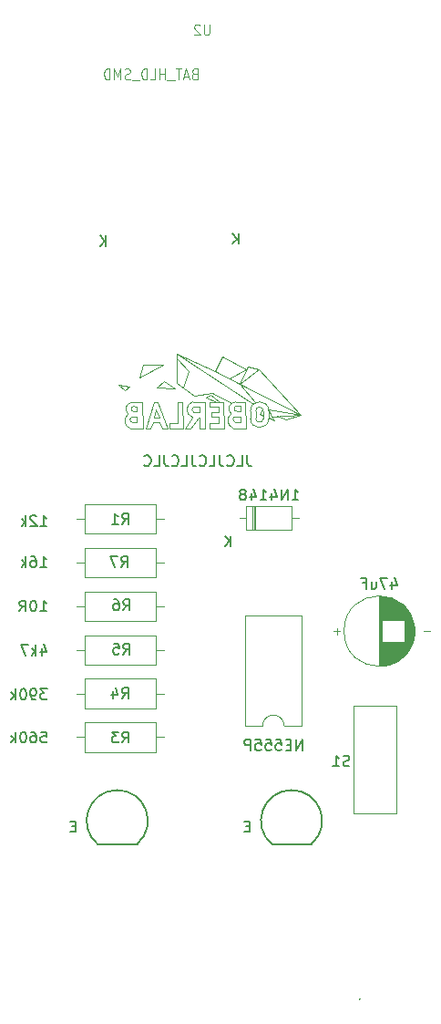
<source format=gbr>
%TF.GenerationSoftware,KiCad,Pcbnew,9.0.6*%
%TF.CreationDate,2025-12-05T08:24:13+01:00*%
%TF.ProjectId,GrumpyDuck,4772756d-7079-4447-9563-6b2e6b696361,rev?*%
%TF.SameCoordinates,Original*%
%TF.FileFunction,Legend,Bot*%
%TF.FilePolarity,Positive*%
%FSLAX46Y46*%
G04 Gerber Fmt 4.6, Leading zero omitted, Abs format (unit mm)*
G04 Created by KiCad (PCBNEW 9.0.6) date 2025-12-05 08:24:13*
%MOMM*%
%LPD*%
G01*
G04 APERTURE LIST*
%ADD10C,0.150000*%
%ADD11C,0.050000*%
%ADD12C,0.120000*%
%ADD13C,0.010000*%
G04 APERTURE END LIST*
D10*
X113800000Y-124500000D02*
G75*
G02*
X117457937Y-124451295I1800000J2200000D01*
G01*
X130000000Y-124500000D02*
G75*
G02*
X133657937Y-124451295I1800000J2200000D01*
G01*
X130000000Y-124500000D02*
X133700000Y-124500000D01*
X113800000Y-124500000D02*
X117500000Y-124500000D01*
X127677506Y-88369819D02*
X127677506Y-89084104D01*
X127677506Y-89084104D02*
X127725125Y-89226961D01*
X127725125Y-89226961D02*
X127820363Y-89322200D01*
X127820363Y-89322200D02*
X127963220Y-89369819D01*
X127963220Y-89369819D02*
X128058458Y-89369819D01*
X126725125Y-89369819D02*
X127201315Y-89369819D01*
X127201315Y-89369819D02*
X127201315Y-88369819D01*
X125820363Y-89274580D02*
X125867982Y-89322200D01*
X125867982Y-89322200D02*
X126010839Y-89369819D01*
X126010839Y-89369819D02*
X126106077Y-89369819D01*
X126106077Y-89369819D02*
X126248934Y-89322200D01*
X126248934Y-89322200D02*
X126344172Y-89226961D01*
X126344172Y-89226961D02*
X126391791Y-89131723D01*
X126391791Y-89131723D02*
X126439410Y-88941247D01*
X126439410Y-88941247D02*
X126439410Y-88798390D01*
X126439410Y-88798390D02*
X126391791Y-88607914D01*
X126391791Y-88607914D02*
X126344172Y-88512676D01*
X126344172Y-88512676D02*
X126248934Y-88417438D01*
X126248934Y-88417438D02*
X126106077Y-88369819D01*
X126106077Y-88369819D02*
X126010839Y-88369819D01*
X126010839Y-88369819D02*
X125867982Y-88417438D01*
X125867982Y-88417438D02*
X125820363Y-88465057D01*
X125106077Y-88369819D02*
X125106077Y-89084104D01*
X125106077Y-89084104D02*
X125153696Y-89226961D01*
X125153696Y-89226961D02*
X125248934Y-89322200D01*
X125248934Y-89322200D02*
X125391791Y-89369819D01*
X125391791Y-89369819D02*
X125487029Y-89369819D01*
X124153696Y-89369819D02*
X124629886Y-89369819D01*
X124629886Y-89369819D02*
X124629886Y-88369819D01*
X123248934Y-89274580D02*
X123296553Y-89322200D01*
X123296553Y-89322200D02*
X123439410Y-89369819D01*
X123439410Y-89369819D02*
X123534648Y-89369819D01*
X123534648Y-89369819D02*
X123677505Y-89322200D01*
X123677505Y-89322200D02*
X123772743Y-89226961D01*
X123772743Y-89226961D02*
X123820362Y-89131723D01*
X123820362Y-89131723D02*
X123867981Y-88941247D01*
X123867981Y-88941247D02*
X123867981Y-88798390D01*
X123867981Y-88798390D02*
X123820362Y-88607914D01*
X123820362Y-88607914D02*
X123772743Y-88512676D01*
X123772743Y-88512676D02*
X123677505Y-88417438D01*
X123677505Y-88417438D02*
X123534648Y-88369819D01*
X123534648Y-88369819D02*
X123439410Y-88369819D01*
X123439410Y-88369819D02*
X123296553Y-88417438D01*
X123296553Y-88417438D02*
X123248934Y-88465057D01*
X122534648Y-88369819D02*
X122534648Y-89084104D01*
X122534648Y-89084104D02*
X122582267Y-89226961D01*
X122582267Y-89226961D02*
X122677505Y-89322200D01*
X122677505Y-89322200D02*
X122820362Y-89369819D01*
X122820362Y-89369819D02*
X122915600Y-89369819D01*
X121582267Y-89369819D02*
X122058457Y-89369819D01*
X122058457Y-89369819D02*
X122058457Y-88369819D01*
X120677505Y-89274580D02*
X120725124Y-89322200D01*
X120725124Y-89322200D02*
X120867981Y-89369819D01*
X120867981Y-89369819D02*
X120963219Y-89369819D01*
X120963219Y-89369819D02*
X121106076Y-89322200D01*
X121106076Y-89322200D02*
X121201314Y-89226961D01*
X121201314Y-89226961D02*
X121248933Y-89131723D01*
X121248933Y-89131723D02*
X121296552Y-88941247D01*
X121296552Y-88941247D02*
X121296552Y-88798390D01*
X121296552Y-88798390D02*
X121248933Y-88607914D01*
X121248933Y-88607914D02*
X121201314Y-88512676D01*
X121201314Y-88512676D02*
X121106076Y-88417438D01*
X121106076Y-88417438D02*
X120963219Y-88369819D01*
X120963219Y-88369819D02*
X120867981Y-88369819D01*
X120867981Y-88369819D02*
X120725124Y-88417438D01*
X120725124Y-88417438D02*
X120677505Y-88465057D01*
X119963219Y-88369819D02*
X119963219Y-89084104D01*
X119963219Y-89084104D02*
X120010838Y-89226961D01*
X120010838Y-89226961D02*
X120106076Y-89322200D01*
X120106076Y-89322200D02*
X120248933Y-89369819D01*
X120248933Y-89369819D02*
X120344171Y-89369819D01*
X119010838Y-89369819D02*
X119487028Y-89369819D01*
X119487028Y-89369819D02*
X119487028Y-88369819D01*
X118106076Y-89274580D02*
X118153695Y-89322200D01*
X118153695Y-89322200D02*
X118296552Y-89369819D01*
X118296552Y-89369819D02*
X118391790Y-89369819D01*
X118391790Y-89369819D02*
X118534647Y-89322200D01*
X118534647Y-89322200D02*
X118629885Y-89226961D01*
X118629885Y-89226961D02*
X118677504Y-89131723D01*
X118677504Y-89131723D02*
X118725123Y-88941247D01*
X118725123Y-88941247D02*
X118725123Y-88798390D01*
X118725123Y-88798390D02*
X118677504Y-88607914D01*
X118677504Y-88607914D02*
X118629885Y-88512676D01*
X118629885Y-88512676D02*
X118534647Y-88417438D01*
X118534647Y-88417438D02*
X118391790Y-88369819D01*
X118391790Y-88369819D02*
X118296552Y-88369819D01*
X118296552Y-88369819D02*
X118153695Y-88417438D01*
X118153695Y-88417438D02*
X118106076Y-88465057D01*
X126861904Y-67745180D02*
X126861904Y-68745180D01*
X126290476Y-67745180D02*
X126719047Y-68316609D01*
X126290476Y-68745180D02*
X126861904Y-68173752D01*
X114561904Y-67945180D02*
X114561904Y-68945180D01*
X113990476Y-67945180D02*
X114419047Y-68516609D01*
X113990476Y-68945180D02*
X114561904Y-68373752D01*
X127914285Y-122831009D02*
X127580952Y-122831009D01*
X127438095Y-123354819D02*
X127914285Y-123354819D01*
X127914285Y-123354819D02*
X127914285Y-122354819D01*
X127914285Y-122354819D02*
X127438095Y-122354819D01*
X111714285Y-122831009D02*
X111380952Y-122831009D01*
X111238095Y-123354819D02*
X111714285Y-123354819D01*
X111714285Y-123354819D02*
X111714285Y-122354819D01*
X111714285Y-122354819D02*
X111238095Y-122354819D01*
D11*
X124175714Y-48352019D02*
X124175714Y-49161542D01*
X124175714Y-49161542D02*
X124132857Y-49256780D01*
X124132857Y-49256780D02*
X124090000Y-49304400D01*
X124090000Y-49304400D02*
X124004285Y-49352019D01*
X124004285Y-49352019D02*
X123832857Y-49352019D01*
X123832857Y-49352019D02*
X123747142Y-49304400D01*
X123747142Y-49304400D02*
X123704285Y-49256780D01*
X123704285Y-49256780D02*
X123661428Y-49161542D01*
X123661428Y-49161542D02*
X123661428Y-48352019D01*
X123275714Y-48447257D02*
X123232857Y-48399638D01*
X123232857Y-48399638D02*
X123147143Y-48352019D01*
X123147143Y-48352019D02*
X122932857Y-48352019D01*
X122932857Y-48352019D02*
X122847143Y-48399638D01*
X122847143Y-48399638D02*
X122804285Y-48447257D01*
X122804285Y-48447257D02*
X122761428Y-48542495D01*
X122761428Y-48542495D02*
X122761428Y-48637733D01*
X122761428Y-48637733D02*
X122804285Y-48780590D01*
X122804285Y-48780590D02*
X123318571Y-49352019D01*
X123318571Y-49352019D02*
X122761428Y-49352019D01*
X122768570Y-52948209D02*
X122639998Y-52995828D01*
X122639998Y-52995828D02*
X122597141Y-53043447D01*
X122597141Y-53043447D02*
X122554284Y-53138685D01*
X122554284Y-53138685D02*
X122554284Y-53281542D01*
X122554284Y-53281542D02*
X122597141Y-53376780D01*
X122597141Y-53376780D02*
X122639998Y-53424400D01*
X122639998Y-53424400D02*
X122725713Y-53472019D01*
X122725713Y-53472019D02*
X123068570Y-53472019D01*
X123068570Y-53472019D02*
X123068570Y-52472019D01*
X123068570Y-52472019D02*
X122768570Y-52472019D01*
X122768570Y-52472019D02*
X122682856Y-52519638D01*
X122682856Y-52519638D02*
X122639998Y-52567257D01*
X122639998Y-52567257D02*
X122597141Y-52662495D01*
X122597141Y-52662495D02*
X122597141Y-52757733D01*
X122597141Y-52757733D02*
X122639998Y-52852971D01*
X122639998Y-52852971D02*
X122682856Y-52900590D01*
X122682856Y-52900590D02*
X122768570Y-52948209D01*
X122768570Y-52948209D02*
X123068570Y-52948209D01*
X122211427Y-53186304D02*
X121782856Y-53186304D01*
X122297141Y-53472019D02*
X121997141Y-52472019D01*
X121997141Y-52472019D02*
X121697141Y-53472019D01*
X121525712Y-52472019D02*
X121011427Y-52472019D01*
X121268569Y-53472019D02*
X121268569Y-52472019D01*
X120925713Y-53567257D02*
X120239998Y-53567257D01*
X120025713Y-53472019D02*
X120025713Y-52472019D01*
X120025713Y-52948209D02*
X119511427Y-52948209D01*
X119511427Y-53472019D02*
X119511427Y-52472019D01*
X118654284Y-53472019D02*
X119082856Y-53472019D01*
X119082856Y-53472019D02*
X119082856Y-52472019D01*
X118354285Y-53472019D02*
X118354285Y-52472019D01*
X118354285Y-52472019D02*
X118139999Y-52472019D01*
X118139999Y-52472019D02*
X118011428Y-52519638D01*
X118011428Y-52519638D02*
X117925713Y-52614876D01*
X117925713Y-52614876D02*
X117882856Y-52710114D01*
X117882856Y-52710114D02*
X117839999Y-52900590D01*
X117839999Y-52900590D02*
X117839999Y-53043447D01*
X117839999Y-53043447D02*
X117882856Y-53233923D01*
X117882856Y-53233923D02*
X117925713Y-53329161D01*
X117925713Y-53329161D02*
X118011428Y-53424400D01*
X118011428Y-53424400D02*
X118139999Y-53472019D01*
X118139999Y-53472019D02*
X118354285Y-53472019D01*
X117668571Y-53567257D02*
X116982856Y-53567257D01*
X116811428Y-53424400D02*
X116682857Y-53472019D01*
X116682857Y-53472019D02*
X116468571Y-53472019D01*
X116468571Y-53472019D02*
X116382857Y-53424400D01*
X116382857Y-53424400D02*
X116339999Y-53376780D01*
X116339999Y-53376780D02*
X116297142Y-53281542D01*
X116297142Y-53281542D02*
X116297142Y-53186304D01*
X116297142Y-53186304D02*
X116339999Y-53091066D01*
X116339999Y-53091066D02*
X116382857Y-53043447D01*
X116382857Y-53043447D02*
X116468571Y-52995828D01*
X116468571Y-52995828D02*
X116639999Y-52948209D01*
X116639999Y-52948209D02*
X116725714Y-52900590D01*
X116725714Y-52900590D02*
X116768571Y-52852971D01*
X116768571Y-52852971D02*
X116811428Y-52757733D01*
X116811428Y-52757733D02*
X116811428Y-52662495D01*
X116811428Y-52662495D02*
X116768571Y-52567257D01*
X116768571Y-52567257D02*
X116725714Y-52519638D01*
X116725714Y-52519638D02*
X116639999Y-52472019D01*
X116639999Y-52472019D02*
X116425714Y-52472019D01*
X116425714Y-52472019D02*
X116297142Y-52519638D01*
X115911428Y-53472019D02*
X115911428Y-52472019D01*
X115911428Y-52472019D02*
X115611428Y-53186304D01*
X115611428Y-53186304D02*
X115311428Y-52472019D01*
X115311428Y-52472019D02*
X115311428Y-53472019D01*
X114882857Y-53472019D02*
X114882857Y-52472019D01*
X114882857Y-52472019D02*
X114668571Y-52472019D01*
X114668571Y-52472019D02*
X114540000Y-52519638D01*
X114540000Y-52519638D02*
X114454285Y-52614876D01*
X114454285Y-52614876D02*
X114411428Y-52710114D01*
X114411428Y-52710114D02*
X114368571Y-52900590D01*
X114368571Y-52900590D02*
X114368571Y-53043447D01*
X114368571Y-53043447D02*
X114411428Y-53233923D01*
X114411428Y-53233923D02*
X114454285Y-53329161D01*
X114454285Y-53329161D02*
X114540000Y-53424400D01*
X114540000Y-53424400D02*
X114668571Y-53472019D01*
X114668571Y-53472019D02*
X114882857Y-53472019D01*
D10*
X132776666Y-115754819D02*
X132776666Y-114754819D01*
X132776666Y-114754819D02*
X132205238Y-115754819D01*
X132205238Y-115754819D02*
X132205238Y-114754819D01*
X131729047Y-115231009D02*
X131395714Y-115231009D01*
X131252857Y-115754819D02*
X131729047Y-115754819D01*
X131729047Y-115754819D02*
X131729047Y-114754819D01*
X131729047Y-114754819D02*
X131252857Y-114754819D01*
X130348095Y-114754819D02*
X130824285Y-114754819D01*
X130824285Y-114754819D02*
X130871904Y-115231009D01*
X130871904Y-115231009D02*
X130824285Y-115183390D01*
X130824285Y-115183390D02*
X130729047Y-115135771D01*
X130729047Y-115135771D02*
X130490952Y-115135771D01*
X130490952Y-115135771D02*
X130395714Y-115183390D01*
X130395714Y-115183390D02*
X130348095Y-115231009D01*
X130348095Y-115231009D02*
X130300476Y-115326247D01*
X130300476Y-115326247D02*
X130300476Y-115564342D01*
X130300476Y-115564342D02*
X130348095Y-115659580D01*
X130348095Y-115659580D02*
X130395714Y-115707200D01*
X130395714Y-115707200D02*
X130490952Y-115754819D01*
X130490952Y-115754819D02*
X130729047Y-115754819D01*
X130729047Y-115754819D02*
X130824285Y-115707200D01*
X130824285Y-115707200D02*
X130871904Y-115659580D01*
X129395714Y-114754819D02*
X129871904Y-114754819D01*
X129871904Y-114754819D02*
X129919523Y-115231009D01*
X129919523Y-115231009D02*
X129871904Y-115183390D01*
X129871904Y-115183390D02*
X129776666Y-115135771D01*
X129776666Y-115135771D02*
X129538571Y-115135771D01*
X129538571Y-115135771D02*
X129443333Y-115183390D01*
X129443333Y-115183390D02*
X129395714Y-115231009D01*
X129395714Y-115231009D02*
X129348095Y-115326247D01*
X129348095Y-115326247D02*
X129348095Y-115564342D01*
X129348095Y-115564342D02*
X129395714Y-115659580D01*
X129395714Y-115659580D02*
X129443333Y-115707200D01*
X129443333Y-115707200D02*
X129538571Y-115754819D01*
X129538571Y-115754819D02*
X129776666Y-115754819D01*
X129776666Y-115754819D02*
X129871904Y-115707200D01*
X129871904Y-115707200D02*
X129919523Y-115659580D01*
X128443333Y-114754819D02*
X128919523Y-114754819D01*
X128919523Y-114754819D02*
X128967142Y-115231009D01*
X128967142Y-115231009D02*
X128919523Y-115183390D01*
X128919523Y-115183390D02*
X128824285Y-115135771D01*
X128824285Y-115135771D02*
X128586190Y-115135771D01*
X128586190Y-115135771D02*
X128490952Y-115183390D01*
X128490952Y-115183390D02*
X128443333Y-115231009D01*
X128443333Y-115231009D02*
X128395714Y-115326247D01*
X128395714Y-115326247D02*
X128395714Y-115564342D01*
X128395714Y-115564342D02*
X128443333Y-115659580D01*
X128443333Y-115659580D02*
X128490952Y-115707200D01*
X128490952Y-115707200D02*
X128586190Y-115754819D01*
X128586190Y-115754819D02*
X128824285Y-115754819D01*
X128824285Y-115754819D02*
X128919523Y-115707200D01*
X128919523Y-115707200D02*
X128967142Y-115659580D01*
X127967142Y-115754819D02*
X127967142Y-114754819D01*
X127967142Y-114754819D02*
X127586190Y-114754819D01*
X127586190Y-114754819D02*
X127490952Y-114802438D01*
X127490952Y-114802438D02*
X127443333Y-114850057D01*
X127443333Y-114850057D02*
X127395714Y-114945295D01*
X127395714Y-114945295D02*
X127395714Y-115088152D01*
X127395714Y-115088152D02*
X127443333Y-115183390D01*
X127443333Y-115183390D02*
X127490952Y-115231009D01*
X127490952Y-115231009D02*
X127586190Y-115278628D01*
X127586190Y-115278628D02*
X127967142Y-115278628D01*
X137161904Y-117207200D02*
X137019047Y-117254819D01*
X137019047Y-117254819D02*
X136780952Y-117254819D01*
X136780952Y-117254819D02*
X136685714Y-117207200D01*
X136685714Y-117207200D02*
X136638095Y-117159580D01*
X136638095Y-117159580D02*
X136590476Y-117064342D01*
X136590476Y-117064342D02*
X136590476Y-116969104D01*
X136590476Y-116969104D02*
X136638095Y-116873866D01*
X136638095Y-116873866D02*
X136685714Y-116826247D01*
X136685714Y-116826247D02*
X136780952Y-116778628D01*
X136780952Y-116778628D02*
X136971428Y-116731009D01*
X136971428Y-116731009D02*
X137066666Y-116683390D01*
X137066666Y-116683390D02*
X137114285Y-116635771D01*
X137114285Y-116635771D02*
X137161904Y-116540533D01*
X137161904Y-116540533D02*
X137161904Y-116445295D01*
X137161904Y-116445295D02*
X137114285Y-116350057D01*
X137114285Y-116350057D02*
X137066666Y-116302438D01*
X137066666Y-116302438D02*
X136971428Y-116254819D01*
X136971428Y-116254819D02*
X136733333Y-116254819D01*
X136733333Y-116254819D02*
X136590476Y-116302438D01*
X135638095Y-117254819D02*
X136209523Y-117254819D01*
X135923809Y-117254819D02*
X135923809Y-116254819D01*
X135923809Y-116254819D02*
X136019047Y-116397676D01*
X136019047Y-116397676D02*
X136114285Y-116492914D01*
X136114285Y-116492914D02*
X136209523Y-116540533D01*
X115966666Y-98754819D02*
X116299999Y-98278628D01*
X116538094Y-98754819D02*
X116538094Y-97754819D01*
X116538094Y-97754819D02*
X116157142Y-97754819D01*
X116157142Y-97754819D02*
X116061904Y-97802438D01*
X116061904Y-97802438D02*
X116014285Y-97850057D01*
X116014285Y-97850057D02*
X115966666Y-97945295D01*
X115966666Y-97945295D02*
X115966666Y-98088152D01*
X115966666Y-98088152D02*
X116014285Y-98183390D01*
X116014285Y-98183390D02*
X116061904Y-98231009D01*
X116061904Y-98231009D02*
X116157142Y-98278628D01*
X116157142Y-98278628D02*
X116538094Y-98278628D01*
X115633332Y-97754819D02*
X114966666Y-97754819D01*
X114966666Y-97754819D02*
X115395237Y-98754819D01*
X108475238Y-98754819D02*
X109046666Y-98754819D01*
X108760952Y-98754819D02*
X108760952Y-97754819D01*
X108760952Y-97754819D02*
X108856190Y-97897676D01*
X108856190Y-97897676D02*
X108951428Y-97992914D01*
X108951428Y-97992914D02*
X109046666Y-98040533D01*
X107618095Y-97754819D02*
X107808571Y-97754819D01*
X107808571Y-97754819D02*
X107903809Y-97802438D01*
X107903809Y-97802438D02*
X107951428Y-97850057D01*
X107951428Y-97850057D02*
X108046666Y-97992914D01*
X108046666Y-97992914D02*
X108094285Y-98183390D01*
X108094285Y-98183390D02*
X108094285Y-98564342D01*
X108094285Y-98564342D02*
X108046666Y-98659580D01*
X108046666Y-98659580D02*
X107999047Y-98707200D01*
X107999047Y-98707200D02*
X107903809Y-98754819D01*
X107903809Y-98754819D02*
X107713333Y-98754819D01*
X107713333Y-98754819D02*
X107618095Y-98707200D01*
X107618095Y-98707200D02*
X107570476Y-98659580D01*
X107570476Y-98659580D02*
X107522857Y-98564342D01*
X107522857Y-98564342D02*
X107522857Y-98326247D01*
X107522857Y-98326247D02*
X107570476Y-98231009D01*
X107570476Y-98231009D02*
X107618095Y-98183390D01*
X107618095Y-98183390D02*
X107713333Y-98135771D01*
X107713333Y-98135771D02*
X107903809Y-98135771D01*
X107903809Y-98135771D02*
X107999047Y-98183390D01*
X107999047Y-98183390D02*
X108046666Y-98231009D01*
X108046666Y-98231009D02*
X108094285Y-98326247D01*
X107094285Y-98754819D02*
X107094285Y-97754819D01*
X106999047Y-98373866D02*
X106713333Y-98754819D01*
X106713333Y-98088152D02*
X107094285Y-98469104D01*
X116166666Y-102754819D02*
X116499999Y-102278628D01*
X116738094Y-102754819D02*
X116738094Y-101754819D01*
X116738094Y-101754819D02*
X116357142Y-101754819D01*
X116357142Y-101754819D02*
X116261904Y-101802438D01*
X116261904Y-101802438D02*
X116214285Y-101850057D01*
X116214285Y-101850057D02*
X116166666Y-101945295D01*
X116166666Y-101945295D02*
X116166666Y-102088152D01*
X116166666Y-102088152D02*
X116214285Y-102183390D01*
X116214285Y-102183390D02*
X116261904Y-102231009D01*
X116261904Y-102231009D02*
X116357142Y-102278628D01*
X116357142Y-102278628D02*
X116738094Y-102278628D01*
X115309523Y-101754819D02*
X115499999Y-101754819D01*
X115499999Y-101754819D02*
X115595237Y-101802438D01*
X115595237Y-101802438D02*
X115642856Y-101850057D01*
X115642856Y-101850057D02*
X115738094Y-101992914D01*
X115738094Y-101992914D02*
X115785713Y-102183390D01*
X115785713Y-102183390D02*
X115785713Y-102564342D01*
X115785713Y-102564342D02*
X115738094Y-102659580D01*
X115738094Y-102659580D02*
X115690475Y-102707200D01*
X115690475Y-102707200D02*
X115595237Y-102754819D01*
X115595237Y-102754819D02*
X115404761Y-102754819D01*
X115404761Y-102754819D02*
X115309523Y-102707200D01*
X115309523Y-102707200D02*
X115261904Y-102659580D01*
X115261904Y-102659580D02*
X115214285Y-102564342D01*
X115214285Y-102564342D02*
X115214285Y-102326247D01*
X115214285Y-102326247D02*
X115261904Y-102231009D01*
X115261904Y-102231009D02*
X115309523Y-102183390D01*
X115309523Y-102183390D02*
X115404761Y-102135771D01*
X115404761Y-102135771D02*
X115595237Y-102135771D01*
X115595237Y-102135771D02*
X115690475Y-102183390D01*
X115690475Y-102183390D02*
X115738094Y-102231009D01*
X115738094Y-102231009D02*
X115785713Y-102326247D01*
X108475238Y-102854819D02*
X109046666Y-102854819D01*
X108760952Y-102854819D02*
X108760952Y-101854819D01*
X108760952Y-101854819D02*
X108856190Y-101997676D01*
X108856190Y-101997676D02*
X108951428Y-102092914D01*
X108951428Y-102092914D02*
X109046666Y-102140533D01*
X107856190Y-101854819D02*
X107760952Y-101854819D01*
X107760952Y-101854819D02*
X107665714Y-101902438D01*
X107665714Y-101902438D02*
X107618095Y-101950057D01*
X107618095Y-101950057D02*
X107570476Y-102045295D01*
X107570476Y-102045295D02*
X107522857Y-102235771D01*
X107522857Y-102235771D02*
X107522857Y-102473866D01*
X107522857Y-102473866D02*
X107570476Y-102664342D01*
X107570476Y-102664342D02*
X107618095Y-102759580D01*
X107618095Y-102759580D02*
X107665714Y-102807200D01*
X107665714Y-102807200D02*
X107760952Y-102854819D01*
X107760952Y-102854819D02*
X107856190Y-102854819D01*
X107856190Y-102854819D02*
X107951428Y-102807200D01*
X107951428Y-102807200D02*
X107999047Y-102759580D01*
X107999047Y-102759580D02*
X108046666Y-102664342D01*
X108046666Y-102664342D02*
X108094285Y-102473866D01*
X108094285Y-102473866D02*
X108094285Y-102235771D01*
X108094285Y-102235771D02*
X108046666Y-102045295D01*
X108046666Y-102045295D02*
X107999047Y-101950057D01*
X107999047Y-101950057D02*
X107951428Y-101902438D01*
X107951428Y-101902438D02*
X107856190Y-101854819D01*
X106522857Y-102854819D02*
X106856190Y-102378628D01*
X107094285Y-102854819D02*
X107094285Y-101854819D01*
X107094285Y-101854819D02*
X106713333Y-101854819D01*
X106713333Y-101854819D02*
X106618095Y-101902438D01*
X106618095Y-101902438D02*
X106570476Y-101950057D01*
X106570476Y-101950057D02*
X106522857Y-102045295D01*
X106522857Y-102045295D02*
X106522857Y-102188152D01*
X106522857Y-102188152D02*
X106570476Y-102283390D01*
X106570476Y-102283390D02*
X106618095Y-102331009D01*
X106618095Y-102331009D02*
X106713333Y-102378628D01*
X106713333Y-102378628D02*
X107094285Y-102378628D01*
X116166666Y-106854819D02*
X116499999Y-106378628D01*
X116738094Y-106854819D02*
X116738094Y-105854819D01*
X116738094Y-105854819D02*
X116357142Y-105854819D01*
X116357142Y-105854819D02*
X116261904Y-105902438D01*
X116261904Y-105902438D02*
X116214285Y-105950057D01*
X116214285Y-105950057D02*
X116166666Y-106045295D01*
X116166666Y-106045295D02*
X116166666Y-106188152D01*
X116166666Y-106188152D02*
X116214285Y-106283390D01*
X116214285Y-106283390D02*
X116261904Y-106331009D01*
X116261904Y-106331009D02*
X116357142Y-106378628D01*
X116357142Y-106378628D02*
X116738094Y-106378628D01*
X115261904Y-105854819D02*
X115738094Y-105854819D01*
X115738094Y-105854819D02*
X115785713Y-106331009D01*
X115785713Y-106331009D02*
X115738094Y-106283390D01*
X115738094Y-106283390D02*
X115642856Y-106235771D01*
X115642856Y-106235771D02*
X115404761Y-106235771D01*
X115404761Y-106235771D02*
X115309523Y-106283390D01*
X115309523Y-106283390D02*
X115261904Y-106331009D01*
X115261904Y-106331009D02*
X115214285Y-106426247D01*
X115214285Y-106426247D02*
X115214285Y-106664342D01*
X115214285Y-106664342D02*
X115261904Y-106759580D01*
X115261904Y-106759580D02*
X115309523Y-106807200D01*
X115309523Y-106807200D02*
X115404761Y-106854819D01*
X115404761Y-106854819D02*
X115642856Y-106854819D01*
X115642856Y-106854819D02*
X115738094Y-106807200D01*
X115738094Y-106807200D02*
X115785713Y-106759580D01*
X108570476Y-106288152D02*
X108570476Y-106954819D01*
X108808571Y-105907200D02*
X109046666Y-106621485D01*
X109046666Y-106621485D02*
X108427619Y-106621485D01*
X108046666Y-106954819D02*
X108046666Y-105954819D01*
X107951428Y-106573866D02*
X107665714Y-106954819D01*
X107665714Y-106288152D02*
X108046666Y-106669104D01*
X107332380Y-105954819D02*
X106665714Y-105954819D01*
X106665714Y-105954819D02*
X107094285Y-106954819D01*
X116046666Y-110954819D02*
X116379999Y-110478628D01*
X116618094Y-110954819D02*
X116618094Y-109954819D01*
X116618094Y-109954819D02*
X116237142Y-109954819D01*
X116237142Y-109954819D02*
X116141904Y-110002438D01*
X116141904Y-110002438D02*
X116094285Y-110050057D01*
X116094285Y-110050057D02*
X116046666Y-110145295D01*
X116046666Y-110145295D02*
X116046666Y-110288152D01*
X116046666Y-110288152D02*
X116094285Y-110383390D01*
X116094285Y-110383390D02*
X116141904Y-110431009D01*
X116141904Y-110431009D02*
X116237142Y-110478628D01*
X116237142Y-110478628D02*
X116618094Y-110478628D01*
X115189523Y-110288152D02*
X115189523Y-110954819D01*
X115427618Y-109907200D02*
X115665713Y-110621485D01*
X115665713Y-110621485D02*
X115046666Y-110621485D01*
X109094284Y-110054819D02*
X108475237Y-110054819D01*
X108475237Y-110054819D02*
X108808570Y-110435771D01*
X108808570Y-110435771D02*
X108665713Y-110435771D01*
X108665713Y-110435771D02*
X108570475Y-110483390D01*
X108570475Y-110483390D02*
X108522856Y-110531009D01*
X108522856Y-110531009D02*
X108475237Y-110626247D01*
X108475237Y-110626247D02*
X108475237Y-110864342D01*
X108475237Y-110864342D02*
X108522856Y-110959580D01*
X108522856Y-110959580D02*
X108570475Y-111007200D01*
X108570475Y-111007200D02*
X108665713Y-111054819D01*
X108665713Y-111054819D02*
X108951427Y-111054819D01*
X108951427Y-111054819D02*
X109046665Y-111007200D01*
X109046665Y-111007200D02*
X109094284Y-110959580D01*
X107999046Y-111054819D02*
X107808570Y-111054819D01*
X107808570Y-111054819D02*
X107713332Y-111007200D01*
X107713332Y-111007200D02*
X107665713Y-110959580D01*
X107665713Y-110959580D02*
X107570475Y-110816723D01*
X107570475Y-110816723D02*
X107522856Y-110626247D01*
X107522856Y-110626247D02*
X107522856Y-110245295D01*
X107522856Y-110245295D02*
X107570475Y-110150057D01*
X107570475Y-110150057D02*
X107618094Y-110102438D01*
X107618094Y-110102438D02*
X107713332Y-110054819D01*
X107713332Y-110054819D02*
X107903808Y-110054819D01*
X107903808Y-110054819D02*
X107999046Y-110102438D01*
X107999046Y-110102438D02*
X108046665Y-110150057D01*
X108046665Y-110150057D02*
X108094284Y-110245295D01*
X108094284Y-110245295D02*
X108094284Y-110483390D01*
X108094284Y-110483390D02*
X108046665Y-110578628D01*
X108046665Y-110578628D02*
X107999046Y-110626247D01*
X107999046Y-110626247D02*
X107903808Y-110673866D01*
X107903808Y-110673866D02*
X107713332Y-110673866D01*
X107713332Y-110673866D02*
X107618094Y-110626247D01*
X107618094Y-110626247D02*
X107570475Y-110578628D01*
X107570475Y-110578628D02*
X107522856Y-110483390D01*
X106903808Y-110054819D02*
X106808570Y-110054819D01*
X106808570Y-110054819D02*
X106713332Y-110102438D01*
X106713332Y-110102438D02*
X106665713Y-110150057D01*
X106665713Y-110150057D02*
X106618094Y-110245295D01*
X106618094Y-110245295D02*
X106570475Y-110435771D01*
X106570475Y-110435771D02*
X106570475Y-110673866D01*
X106570475Y-110673866D02*
X106618094Y-110864342D01*
X106618094Y-110864342D02*
X106665713Y-110959580D01*
X106665713Y-110959580D02*
X106713332Y-111007200D01*
X106713332Y-111007200D02*
X106808570Y-111054819D01*
X106808570Y-111054819D02*
X106903808Y-111054819D01*
X106903808Y-111054819D02*
X106999046Y-111007200D01*
X106999046Y-111007200D02*
X107046665Y-110959580D01*
X107046665Y-110959580D02*
X107094284Y-110864342D01*
X107094284Y-110864342D02*
X107141903Y-110673866D01*
X107141903Y-110673866D02*
X107141903Y-110435771D01*
X107141903Y-110435771D02*
X107094284Y-110245295D01*
X107094284Y-110245295D02*
X107046665Y-110150057D01*
X107046665Y-110150057D02*
X106999046Y-110102438D01*
X106999046Y-110102438D02*
X106903808Y-110054819D01*
X106141903Y-111054819D02*
X106141903Y-110054819D01*
X106046665Y-110673866D02*
X105760951Y-111054819D01*
X105760951Y-110388152D02*
X106141903Y-110769104D01*
X116066666Y-115054819D02*
X116399999Y-114578628D01*
X116638094Y-115054819D02*
X116638094Y-114054819D01*
X116638094Y-114054819D02*
X116257142Y-114054819D01*
X116257142Y-114054819D02*
X116161904Y-114102438D01*
X116161904Y-114102438D02*
X116114285Y-114150057D01*
X116114285Y-114150057D02*
X116066666Y-114245295D01*
X116066666Y-114245295D02*
X116066666Y-114388152D01*
X116066666Y-114388152D02*
X116114285Y-114483390D01*
X116114285Y-114483390D02*
X116161904Y-114531009D01*
X116161904Y-114531009D02*
X116257142Y-114578628D01*
X116257142Y-114578628D02*
X116638094Y-114578628D01*
X115733332Y-114054819D02*
X115114285Y-114054819D01*
X115114285Y-114054819D02*
X115447618Y-114435771D01*
X115447618Y-114435771D02*
X115304761Y-114435771D01*
X115304761Y-114435771D02*
X115209523Y-114483390D01*
X115209523Y-114483390D02*
X115161904Y-114531009D01*
X115161904Y-114531009D02*
X115114285Y-114626247D01*
X115114285Y-114626247D02*
X115114285Y-114864342D01*
X115114285Y-114864342D02*
X115161904Y-114959580D01*
X115161904Y-114959580D02*
X115209523Y-115007200D01*
X115209523Y-115007200D02*
X115304761Y-115054819D01*
X115304761Y-115054819D02*
X115590475Y-115054819D01*
X115590475Y-115054819D02*
X115685713Y-115007200D01*
X115685713Y-115007200D02*
X115733332Y-114959580D01*
X108522856Y-114054819D02*
X108999046Y-114054819D01*
X108999046Y-114054819D02*
X109046665Y-114531009D01*
X109046665Y-114531009D02*
X108999046Y-114483390D01*
X108999046Y-114483390D02*
X108903808Y-114435771D01*
X108903808Y-114435771D02*
X108665713Y-114435771D01*
X108665713Y-114435771D02*
X108570475Y-114483390D01*
X108570475Y-114483390D02*
X108522856Y-114531009D01*
X108522856Y-114531009D02*
X108475237Y-114626247D01*
X108475237Y-114626247D02*
X108475237Y-114864342D01*
X108475237Y-114864342D02*
X108522856Y-114959580D01*
X108522856Y-114959580D02*
X108570475Y-115007200D01*
X108570475Y-115007200D02*
X108665713Y-115054819D01*
X108665713Y-115054819D02*
X108903808Y-115054819D01*
X108903808Y-115054819D02*
X108999046Y-115007200D01*
X108999046Y-115007200D02*
X109046665Y-114959580D01*
X107618094Y-114054819D02*
X107808570Y-114054819D01*
X107808570Y-114054819D02*
X107903808Y-114102438D01*
X107903808Y-114102438D02*
X107951427Y-114150057D01*
X107951427Y-114150057D02*
X108046665Y-114292914D01*
X108046665Y-114292914D02*
X108094284Y-114483390D01*
X108094284Y-114483390D02*
X108094284Y-114864342D01*
X108094284Y-114864342D02*
X108046665Y-114959580D01*
X108046665Y-114959580D02*
X107999046Y-115007200D01*
X107999046Y-115007200D02*
X107903808Y-115054819D01*
X107903808Y-115054819D02*
X107713332Y-115054819D01*
X107713332Y-115054819D02*
X107618094Y-115007200D01*
X107618094Y-115007200D02*
X107570475Y-114959580D01*
X107570475Y-114959580D02*
X107522856Y-114864342D01*
X107522856Y-114864342D02*
X107522856Y-114626247D01*
X107522856Y-114626247D02*
X107570475Y-114531009D01*
X107570475Y-114531009D02*
X107618094Y-114483390D01*
X107618094Y-114483390D02*
X107713332Y-114435771D01*
X107713332Y-114435771D02*
X107903808Y-114435771D01*
X107903808Y-114435771D02*
X107999046Y-114483390D01*
X107999046Y-114483390D02*
X108046665Y-114531009D01*
X108046665Y-114531009D02*
X108094284Y-114626247D01*
X106903808Y-114054819D02*
X106808570Y-114054819D01*
X106808570Y-114054819D02*
X106713332Y-114102438D01*
X106713332Y-114102438D02*
X106665713Y-114150057D01*
X106665713Y-114150057D02*
X106618094Y-114245295D01*
X106618094Y-114245295D02*
X106570475Y-114435771D01*
X106570475Y-114435771D02*
X106570475Y-114673866D01*
X106570475Y-114673866D02*
X106618094Y-114864342D01*
X106618094Y-114864342D02*
X106665713Y-114959580D01*
X106665713Y-114959580D02*
X106713332Y-115007200D01*
X106713332Y-115007200D02*
X106808570Y-115054819D01*
X106808570Y-115054819D02*
X106903808Y-115054819D01*
X106903808Y-115054819D02*
X106999046Y-115007200D01*
X106999046Y-115007200D02*
X107046665Y-114959580D01*
X107046665Y-114959580D02*
X107094284Y-114864342D01*
X107094284Y-114864342D02*
X107141903Y-114673866D01*
X107141903Y-114673866D02*
X107141903Y-114435771D01*
X107141903Y-114435771D02*
X107094284Y-114245295D01*
X107094284Y-114245295D02*
X107046665Y-114150057D01*
X107046665Y-114150057D02*
X106999046Y-114102438D01*
X106999046Y-114102438D02*
X106903808Y-114054819D01*
X106141903Y-115054819D02*
X106141903Y-114054819D01*
X106046665Y-114673866D02*
X105760951Y-115054819D01*
X105760951Y-114388152D02*
X106141903Y-114769104D01*
X116066666Y-94754819D02*
X116399999Y-94278628D01*
X116638094Y-94754819D02*
X116638094Y-93754819D01*
X116638094Y-93754819D02*
X116257142Y-93754819D01*
X116257142Y-93754819D02*
X116161904Y-93802438D01*
X116161904Y-93802438D02*
X116114285Y-93850057D01*
X116114285Y-93850057D02*
X116066666Y-93945295D01*
X116066666Y-93945295D02*
X116066666Y-94088152D01*
X116066666Y-94088152D02*
X116114285Y-94183390D01*
X116114285Y-94183390D02*
X116161904Y-94231009D01*
X116161904Y-94231009D02*
X116257142Y-94278628D01*
X116257142Y-94278628D02*
X116638094Y-94278628D01*
X115114285Y-94754819D02*
X115685713Y-94754819D01*
X115399999Y-94754819D02*
X115399999Y-93754819D01*
X115399999Y-93754819D02*
X115495237Y-93897676D01*
X115495237Y-93897676D02*
X115590475Y-93992914D01*
X115590475Y-93992914D02*
X115685713Y-94040533D01*
X108475238Y-94954819D02*
X109046666Y-94954819D01*
X108760952Y-94954819D02*
X108760952Y-93954819D01*
X108760952Y-93954819D02*
X108856190Y-94097676D01*
X108856190Y-94097676D02*
X108951428Y-94192914D01*
X108951428Y-94192914D02*
X109046666Y-94240533D01*
X108094285Y-94050057D02*
X108046666Y-94002438D01*
X108046666Y-94002438D02*
X107951428Y-93954819D01*
X107951428Y-93954819D02*
X107713333Y-93954819D01*
X107713333Y-93954819D02*
X107618095Y-94002438D01*
X107618095Y-94002438D02*
X107570476Y-94050057D01*
X107570476Y-94050057D02*
X107522857Y-94145295D01*
X107522857Y-94145295D02*
X107522857Y-94240533D01*
X107522857Y-94240533D02*
X107570476Y-94383390D01*
X107570476Y-94383390D02*
X108141904Y-94954819D01*
X108141904Y-94954819D02*
X107522857Y-94954819D01*
X107094285Y-94954819D02*
X107094285Y-93954819D01*
X106999047Y-94573866D02*
X106713333Y-94954819D01*
X106713333Y-94288152D02*
X107094285Y-94669104D01*
X131852857Y-92534819D02*
X132424285Y-92534819D01*
X132138571Y-92534819D02*
X132138571Y-91534819D01*
X132138571Y-91534819D02*
X132233809Y-91677676D01*
X132233809Y-91677676D02*
X132329047Y-91772914D01*
X132329047Y-91772914D02*
X132424285Y-91820533D01*
X131424285Y-92534819D02*
X131424285Y-91534819D01*
X131424285Y-91534819D02*
X130852857Y-92534819D01*
X130852857Y-92534819D02*
X130852857Y-91534819D01*
X129948095Y-91868152D02*
X129948095Y-92534819D01*
X130186190Y-91487200D02*
X130424285Y-92201485D01*
X130424285Y-92201485D02*
X129805238Y-92201485D01*
X128900476Y-92534819D02*
X129471904Y-92534819D01*
X129186190Y-92534819D02*
X129186190Y-91534819D01*
X129186190Y-91534819D02*
X129281428Y-91677676D01*
X129281428Y-91677676D02*
X129376666Y-91772914D01*
X129376666Y-91772914D02*
X129471904Y-91820533D01*
X128043333Y-91868152D02*
X128043333Y-92534819D01*
X128281428Y-91487200D02*
X128519523Y-92201485D01*
X128519523Y-92201485D02*
X127900476Y-92201485D01*
X127376666Y-91963390D02*
X127471904Y-91915771D01*
X127471904Y-91915771D02*
X127519523Y-91868152D01*
X127519523Y-91868152D02*
X127567142Y-91772914D01*
X127567142Y-91772914D02*
X127567142Y-91725295D01*
X127567142Y-91725295D02*
X127519523Y-91630057D01*
X127519523Y-91630057D02*
X127471904Y-91582438D01*
X127471904Y-91582438D02*
X127376666Y-91534819D01*
X127376666Y-91534819D02*
X127186190Y-91534819D01*
X127186190Y-91534819D02*
X127090952Y-91582438D01*
X127090952Y-91582438D02*
X127043333Y-91630057D01*
X127043333Y-91630057D02*
X126995714Y-91725295D01*
X126995714Y-91725295D02*
X126995714Y-91772914D01*
X126995714Y-91772914D02*
X127043333Y-91868152D01*
X127043333Y-91868152D02*
X127090952Y-91915771D01*
X127090952Y-91915771D02*
X127186190Y-91963390D01*
X127186190Y-91963390D02*
X127376666Y-91963390D01*
X127376666Y-91963390D02*
X127471904Y-92011009D01*
X127471904Y-92011009D02*
X127519523Y-92058628D01*
X127519523Y-92058628D02*
X127567142Y-92153866D01*
X127567142Y-92153866D02*
X127567142Y-92344342D01*
X127567142Y-92344342D02*
X127519523Y-92439580D01*
X127519523Y-92439580D02*
X127471904Y-92487200D01*
X127471904Y-92487200D02*
X127376666Y-92534819D01*
X127376666Y-92534819D02*
X127186190Y-92534819D01*
X127186190Y-92534819D02*
X127090952Y-92487200D01*
X127090952Y-92487200D02*
X127043333Y-92439580D01*
X127043333Y-92439580D02*
X126995714Y-92344342D01*
X126995714Y-92344342D02*
X126995714Y-92153866D01*
X126995714Y-92153866D02*
X127043333Y-92058628D01*
X127043333Y-92058628D02*
X127090952Y-92011009D01*
X127090952Y-92011009D02*
X127186190Y-91963390D01*
X126161904Y-96854819D02*
X126161904Y-95854819D01*
X125590476Y-96854819D02*
X126019047Y-96283390D01*
X125590476Y-95854819D02*
X126161904Y-96426247D01*
X141116666Y-100088152D02*
X141116666Y-100754819D01*
X141354761Y-99707200D02*
X141592856Y-100421485D01*
X141592856Y-100421485D02*
X140973809Y-100421485D01*
X140688094Y-99754819D02*
X140021428Y-99754819D01*
X140021428Y-99754819D02*
X140449999Y-100754819D01*
X139211904Y-100088152D02*
X139211904Y-100754819D01*
X139640475Y-100088152D02*
X139640475Y-100611961D01*
X139640475Y-100611961D02*
X139592856Y-100707200D01*
X139592856Y-100707200D02*
X139497618Y-100754819D01*
X139497618Y-100754819D02*
X139354761Y-100754819D01*
X139354761Y-100754819D02*
X139259523Y-100707200D01*
X139259523Y-100707200D02*
X139211904Y-100659580D01*
X138402380Y-100231009D02*
X138735713Y-100231009D01*
X138735713Y-100754819D02*
X138735713Y-99754819D01*
X138735713Y-99754819D02*
X138259523Y-99754819D01*
D11*
%TO.C,G\u002A\u002A\u002A*%
X125400000Y-79175000D02*
X127600000Y-80350000D01*
X127600000Y-80350000D02*
X126025000Y-81250000D01*
X132625000Y-84600000D02*
X131300000Y-85075000D01*
X129725000Y-84125000D02*
X129950000Y-84750000D01*
X129950000Y-84750000D02*
X132625000Y-84600000D01*
X124400000Y-82600000D02*
X126225000Y-83500000D01*
X122725000Y-82825000D02*
X124400000Y-82600000D01*
X121100000Y-81700000D02*
X122725000Y-82825000D01*
X132625000Y-84600000D02*
X128725000Y-80425000D01*
X132625000Y-84600000D02*
X129725000Y-84125000D01*
D12*
X122775000Y-83850000D02*
X123225000Y-83850000D01*
D11*
X124275000Y-82775000D02*
X123875000Y-83050000D01*
X125050000Y-83375000D02*
X124275000Y-82775000D01*
D12*
X123725000Y-83400000D02*
X123725000Y-85850000D01*
X127025000Y-85300000D02*
X126575000Y-85300000D01*
X127525000Y-83400000D02*
X127575000Y-85850000D01*
D11*
X128725000Y-80425000D02*
X127700000Y-80175000D01*
X116300000Y-82325000D02*
X116725000Y-82000000D01*
D12*
X127025000Y-84800000D02*
X127025000Y-85300000D01*
D11*
X115725000Y-81850000D02*
X116300000Y-82325000D01*
D12*
X122375000Y-85850000D02*
X121975000Y-85850000D01*
X124175000Y-85850000D02*
X124175000Y-85350000D01*
X123275000Y-84900000D02*
X123125000Y-84900000D01*
X123725000Y-85850000D02*
X123275000Y-85850000D01*
D11*
X124650000Y-80600000D02*
X121175000Y-78975000D01*
X119950000Y-81475000D02*
X119250000Y-82050000D01*
X124650000Y-80600000D02*
X126975000Y-81750000D01*
X121175000Y-78975000D02*
X121100000Y-81700000D01*
D12*
X117450000Y-85325000D02*
X117000000Y-85325000D01*
X121875000Y-85850000D02*
X122575000Y-84900000D01*
X123225000Y-83850000D02*
X123225000Y-84400000D01*
X117450000Y-84325000D02*
X117150000Y-84325000D01*
D11*
X118025000Y-79950000D02*
X119825000Y-80000000D01*
X128800000Y-84500000D02*
X129175000Y-84675000D01*
X128275000Y-83575000D02*
X121175000Y-78975000D01*
X119825000Y-80000000D02*
X117675000Y-81125000D01*
X130225000Y-85125000D02*
X129650000Y-84325000D01*
X119250000Y-82050000D02*
X120925000Y-82150000D01*
D12*
X117450000Y-83875000D02*
X117450000Y-84325000D01*
X127025000Y-83800000D02*
X126775000Y-83800000D01*
X123225000Y-84400000D02*
X122725000Y-84400000D01*
X125025000Y-85350000D02*
X125025000Y-84800000D01*
X124175000Y-85350000D02*
X125025000Y-85350000D01*
X128475000Y-84250000D02*
X128475000Y-84900000D01*
D11*
X123875000Y-83050000D02*
X124850000Y-83400000D01*
X128725000Y-80425000D02*
X126975000Y-81750000D01*
X129125000Y-84100000D02*
X128800000Y-84500000D01*
D12*
X126625000Y-83413605D02*
X127525000Y-83400000D01*
D11*
X129675000Y-84850000D02*
X130225000Y-85125000D01*
X116725000Y-82000000D02*
X115725000Y-81850000D01*
D12*
X117450000Y-83825000D02*
X117200000Y-83825000D01*
X127024999Y-84795050D02*
X126624999Y-84795050D01*
X117050000Y-83438605D02*
X117950000Y-83425000D01*
D11*
X126975000Y-81750000D02*
X132625000Y-84600000D01*
D12*
X119225000Y-84125000D02*
X119500000Y-84875000D01*
X119000000Y-84875000D02*
X119225000Y-84125000D01*
X125425000Y-85850000D02*
X124175000Y-85850000D01*
X122616269Y-83394594D02*
X123725000Y-83400000D01*
X117449999Y-84820050D02*
X117049999Y-84820050D01*
X117450000Y-84825000D02*
X117450000Y-85325000D01*
X118000000Y-85875000D02*
X116800000Y-85875000D01*
D11*
X131300000Y-85075000D02*
X130475000Y-84725000D01*
D12*
X127575000Y-85850000D02*
X126375000Y-85850000D01*
X129175000Y-84250000D02*
X129175000Y-84950000D01*
D11*
X122275000Y-80600000D02*
X121700000Y-82100000D01*
X121150000Y-79375000D02*
X122275000Y-80600000D01*
X120950000Y-82150000D02*
X119950000Y-81475000D01*
D12*
X117950000Y-83425000D02*
X118000000Y-85875000D01*
D11*
X125400000Y-79175000D02*
X124650000Y-80600000D01*
X127700000Y-80175000D02*
X126975000Y-81750000D01*
X117675000Y-81125000D02*
X118025000Y-79950000D01*
D12*
X123275000Y-85850000D02*
X123275000Y-84900000D01*
X121975000Y-85850000D02*
X121875000Y-85850000D01*
X123125000Y-84900000D02*
X122375000Y-85850000D01*
X120450000Y-85400000D02*
X120450000Y-85850000D01*
X118925000Y-85275000D02*
X118675000Y-85875000D01*
X119775000Y-85875000D02*
X119525000Y-85275000D01*
X125025000Y-83900000D02*
X124175000Y-83900000D01*
X127025000Y-84300000D02*
X126725000Y-84300000D01*
X119500000Y-84875000D02*
X119000000Y-84875000D01*
X124175000Y-83400000D02*
X125475000Y-83400000D01*
X119375000Y-83425000D02*
X120275000Y-85875000D01*
X125025000Y-84800000D02*
X124375000Y-84800000D01*
X124175000Y-83900000D02*
X124175000Y-83400000D01*
X119775000Y-85875000D02*
X120275000Y-85875000D01*
D11*
X126975000Y-81750000D02*
X128450000Y-83475000D01*
D12*
X121225000Y-83400000D02*
X121200000Y-85400000D01*
X121700000Y-85850000D02*
X121675000Y-83400000D01*
X124375000Y-84800000D02*
X124375000Y-84350000D01*
X118675000Y-85875000D02*
X118275000Y-85875000D01*
X119050000Y-83425000D02*
X119375000Y-83425000D01*
X124375000Y-84350000D02*
X125025000Y-84350000D01*
X127025000Y-83850000D02*
X127025000Y-84300000D01*
X125025000Y-84350000D02*
X125025000Y-83900000D01*
X118275000Y-85875000D02*
X119050000Y-83425000D01*
X125525000Y-85850000D02*
X125425000Y-85850000D01*
X125475000Y-83400000D02*
X125525000Y-85850000D01*
X127975000Y-84250000D02*
X127975000Y-84950000D01*
X129675000Y-84950000D02*
X129675000Y-84250000D01*
X121675000Y-83400000D02*
X121225000Y-83400000D01*
D13*
X138172361Y-138845226D02*
X138108542Y-138909045D01*
X138044723Y-138845226D01*
X138108542Y-138781407D01*
X138172361Y-138845226D01*
G36*
X138172361Y-138845226D02*
G01*
X138108542Y-138909045D01*
X138044723Y-138845226D01*
X138108542Y-138781407D01*
X138172361Y-138845226D01*
G37*
D12*
X120450000Y-85850000D02*
X121700000Y-85850000D01*
X121200000Y-85400000D02*
X120450000Y-85400000D01*
X119525000Y-85275000D02*
X118925000Y-85275000D01*
X126725000Y-84300000D02*
G75*
G02*
X126785634Y-83807464I0J250000D01*
G01*
X126175001Y-84499999D02*
G75*
G02*
X126625000Y-83413605I449999J449999D01*
G01*
X127975000Y-84250000D02*
G75*
G02*
X129675000Y-84250000I850000J0D01*
G01*
X126575001Y-85299999D02*
G75*
G02*
X126624999Y-84795050I49999J249999D01*
G01*
X116600001Y-84524999D02*
G75*
G02*
X117050000Y-83438605I449999J449999D01*
G01*
X126375001Y-85849999D02*
G75*
G02*
X126198744Y-84541063I249999J699999D01*
G01*
X117150000Y-84325000D02*
G75*
G02*
X117210634Y-83832464I0J250000D01*
G01*
X117000001Y-85324999D02*
G75*
G02*
X117049999Y-84820050I49999J249999D01*
G01*
X128475000Y-84250000D02*
G75*
G02*
X129175000Y-84250000I350000J0D01*
G01*
X129175000Y-84950000D02*
G75*
G02*
X128475000Y-84950000I-350000J0D01*
G01*
X122725001Y-84399999D02*
G75*
G02*
X122725001Y-83850001I124999J274999D01*
G01*
X116800001Y-85874999D02*
G75*
G02*
X116623744Y-84566063I249999J699999D01*
G01*
X129675000Y-84950000D02*
G75*
G02*
X127975000Y-84950000I-850000J0D01*
G01*
X122600001Y-84849999D02*
G75*
G02*
X122616269Y-83394594I249999J724999D01*
G01*
%TO.C,U1*%
X127460000Y-113510000D02*
X127460000Y-103230000D01*
X127460000Y-103230000D02*
X132760000Y-103230000D01*
X129110000Y-113510000D02*
X127460000Y-113510000D01*
X132760000Y-113510000D02*
X131110000Y-113510000D01*
X132760000Y-103230000D02*
X132760000Y-113510000D01*
X129110000Y-113510000D02*
G75*
G02*
X131110000Y-113510000I1000000J0D01*
G01*
%TO.C,S1*%
X141506600Y-121587600D02*
X141506600Y-111630800D01*
X137569600Y-121587600D02*
X141506600Y-121613000D01*
X141506600Y-111630800D02*
X137569600Y-111630800D01*
X137569600Y-111630800D02*
X137569600Y-121587600D01*
%TO.C,R7*%
X111840000Y-98350000D02*
X112610000Y-98350000D01*
X119920000Y-98350000D02*
X119150000Y-98350000D01*
X112610000Y-99720000D02*
X119150000Y-99720000D01*
X119150000Y-96980000D01*
X112610000Y-96980000D01*
X112610000Y-99720000D01*
%TO.C,R6*%
X111840000Y-102400000D02*
X112610000Y-102400000D01*
X119920000Y-102400000D02*
X119150000Y-102400000D01*
X112610000Y-103770000D02*
X119150000Y-103770000D01*
X119150000Y-101030000D01*
X112610000Y-101030000D01*
X112610000Y-103770000D01*
%TO.C,R5*%
X111840000Y-106450000D02*
X112610000Y-106450000D01*
X119920000Y-106450000D02*
X119150000Y-106450000D01*
X112610000Y-107820000D02*
X119150000Y-107820000D01*
X119150000Y-105080000D01*
X112610000Y-105080000D01*
X112610000Y-107820000D01*
%TO.C,R4*%
X111840000Y-110500000D02*
X112610000Y-110500000D01*
X119920000Y-110500000D02*
X119150000Y-110500000D01*
X112610000Y-111870000D02*
X119150000Y-111870000D01*
X119150000Y-109130000D01*
X112610000Y-109130000D01*
X112610000Y-111870000D01*
%TO.C,R3*%
X111840000Y-114550000D02*
X112610000Y-114550000D01*
X119920000Y-114550000D02*
X119150000Y-114550000D01*
X112610000Y-115920000D02*
X119150000Y-115920000D01*
X119150000Y-113180000D01*
X112610000Y-113180000D01*
X112610000Y-115920000D01*
%TO.C,R1*%
X111840000Y-94300000D02*
X112610000Y-94300000D01*
X119920000Y-94300000D02*
X119150000Y-94300000D01*
X112610000Y-95670000D02*
X119150000Y-95670000D01*
X119150000Y-92930000D01*
X112610000Y-92930000D01*
X112610000Y-95670000D01*
%TO.C,D3*%
X126940000Y-94200000D02*
X127590000Y-94200000D01*
X127590000Y-95320000D02*
X127590000Y-93080000D01*
X127590000Y-93080000D02*
X131830000Y-93080000D01*
X128190000Y-95320000D02*
X128190000Y-93080000D01*
X128310000Y-95320000D02*
X128310000Y-93080000D01*
X128430000Y-95320000D02*
X128430000Y-93080000D01*
X131830000Y-95320000D02*
X127590000Y-95320000D01*
X131830000Y-93080000D02*
X131830000Y-95320000D01*
X132480000Y-94200000D02*
X131830000Y-94200000D01*
%TO.C,C1*%
X135685000Y-104725000D02*
X136315000Y-104725000D01*
X136000000Y-105040000D02*
X136000000Y-104410000D01*
X139950000Y-107930000D02*
X139950000Y-101470000D01*
X139990000Y-107930000D02*
X139990000Y-101470000D01*
X140030000Y-107930000D02*
X140030000Y-101470000D01*
X140070000Y-107928000D02*
X140070000Y-101472000D01*
X140110000Y-107927000D02*
X140110000Y-101473000D01*
X140150000Y-107924000D02*
X140150000Y-101476000D01*
X140190000Y-107922000D02*
X140190000Y-105740000D01*
X140190000Y-103660000D02*
X140190000Y-101478000D01*
X140230000Y-107918000D02*
X140230000Y-105740000D01*
X140230000Y-103660000D02*
X140230000Y-101482000D01*
X140270000Y-107915000D02*
X140270000Y-105740000D01*
X140270000Y-103660000D02*
X140270000Y-101485000D01*
X140310000Y-107911000D02*
X140310000Y-105740000D01*
X140310000Y-103660000D02*
X140310000Y-101489000D01*
X140350000Y-107906000D02*
X140350000Y-105740000D01*
X140350000Y-103660000D02*
X140350000Y-101494000D01*
X140390000Y-107901000D02*
X140390000Y-105740000D01*
X140390000Y-103660000D02*
X140390000Y-101499000D01*
X140430000Y-107895000D02*
X140430000Y-105740000D01*
X140430000Y-103660000D02*
X140430000Y-101505000D01*
X140470000Y-107889000D02*
X140470000Y-105740000D01*
X140470000Y-103660000D02*
X140470000Y-101511000D01*
X140510000Y-107882000D02*
X140510000Y-105740000D01*
X140510000Y-103660000D02*
X140510000Y-101518000D01*
X140550000Y-107875000D02*
X140550000Y-105740000D01*
X140550000Y-103660000D02*
X140550000Y-101525000D01*
X140590000Y-107867000D02*
X140590000Y-105740000D01*
X140590000Y-103660000D02*
X140590000Y-101533000D01*
X140630000Y-107859000D02*
X140630000Y-105740000D01*
X140630000Y-103660000D02*
X140630000Y-101541000D01*
X140671000Y-107850000D02*
X140671000Y-105740000D01*
X140671000Y-103660000D02*
X140671000Y-101550000D01*
X140711000Y-107841000D02*
X140711000Y-105740000D01*
X140711000Y-103660000D02*
X140711000Y-101559000D01*
X140751000Y-107831000D02*
X140751000Y-105740000D01*
X140751000Y-103660000D02*
X140751000Y-101569000D01*
X140791000Y-107821000D02*
X140791000Y-105740000D01*
X140791000Y-103660000D02*
X140791000Y-101579000D01*
X140831000Y-107810000D02*
X140831000Y-105740000D01*
X140831000Y-103660000D02*
X140831000Y-101590000D01*
X140871000Y-107798000D02*
X140871000Y-105740000D01*
X140871000Y-103660000D02*
X140871000Y-101602000D01*
X140911000Y-107786000D02*
X140911000Y-105740000D01*
X140911000Y-103660000D02*
X140911000Y-101614000D01*
X140951000Y-107774000D02*
X140951000Y-105740000D01*
X140951000Y-103660000D02*
X140951000Y-101626000D01*
X140991000Y-107761000D02*
X140991000Y-105740000D01*
X140991000Y-103660000D02*
X140991000Y-101639000D01*
X141031000Y-107747000D02*
X141031000Y-105740000D01*
X141031000Y-103660000D02*
X141031000Y-101653000D01*
X141071000Y-107733000D02*
X141071000Y-105740000D01*
X141071000Y-103660000D02*
X141071000Y-101667000D01*
X141111000Y-107718000D02*
X141111000Y-105740000D01*
X141111000Y-103660000D02*
X141111000Y-101682000D01*
X141151000Y-107702000D02*
X141151000Y-105740000D01*
X141151000Y-103660000D02*
X141151000Y-101698000D01*
X141191000Y-107686000D02*
X141191000Y-105740000D01*
X141191000Y-103660000D02*
X141191000Y-101714000D01*
X141231000Y-107670000D02*
X141231000Y-105740000D01*
X141231000Y-103660000D02*
X141231000Y-101730000D01*
X141271000Y-107652000D02*
X141271000Y-105740000D01*
X141271000Y-103660000D02*
X141271000Y-101748000D01*
X141311000Y-107634000D02*
X141311000Y-105740000D01*
X141311000Y-103660000D02*
X141311000Y-101766000D01*
X141351000Y-107616000D02*
X141351000Y-105740000D01*
X141351000Y-103660000D02*
X141351000Y-101784000D01*
X141391000Y-107596000D02*
X141391000Y-105740000D01*
X141391000Y-103660000D02*
X141391000Y-101804000D01*
X141431000Y-107576000D02*
X141431000Y-105740000D01*
X141431000Y-103660000D02*
X141431000Y-101824000D01*
X141471000Y-107556000D02*
X141471000Y-105740000D01*
X141471000Y-103660000D02*
X141471000Y-101844000D01*
X141511000Y-107534000D02*
X141511000Y-105740000D01*
X141511000Y-103660000D02*
X141511000Y-101866000D01*
X141551000Y-107512000D02*
X141551000Y-105740000D01*
X141551000Y-103660000D02*
X141551000Y-101888000D01*
X141591000Y-107490000D02*
X141591000Y-105740000D01*
X141591000Y-103660000D02*
X141591000Y-101910000D01*
X141631000Y-107466000D02*
X141631000Y-105740000D01*
X141631000Y-103660000D02*
X141631000Y-101934000D01*
X141671000Y-107442000D02*
X141671000Y-105740000D01*
X141671000Y-103660000D02*
X141671000Y-101958000D01*
X141711000Y-107416000D02*
X141711000Y-105740000D01*
X141711000Y-103660000D02*
X141711000Y-101984000D01*
X141751000Y-107390000D02*
X141751000Y-105740000D01*
X141751000Y-103660000D02*
X141751000Y-102010000D01*
X141791000Y-107364000D02*
X141791000Y-105740000D01*
X141791000Y-103660000D02*
X141791000Y-102036000D01*
X141831000Y-107336000D02*
X141831000Y-105740000D01*
X141831000Y-103660000D02*
X141831000Y-102064000D01*
X141871000Y-107307000D02*
X141871000Y-105740000D01*
X141871000Y-103660000D02*
X141871000Y-102093000D01*
X141911000Y-107278000D02*
X141911000Y-105740000D01*
X141911000Y-103660000D02*
X141911000Y-102122000D01*
X141951000Y-107248000D02*
X141951000Y-105740000D01*
X141951000Y-103660000D02*
X141951000Y-102152000D01*
X141991000Y-107216000D02*
X141991000Y-105740000D01*
X141991000Y-103660000D02*
X141991000Y-102184000D01*
X142031000Y-107184000D02*
X142031000Y-105740000D01*
X142031000Y-103660000D02*
X142031000Y-102216000D01*
X142071000Y-107150000D02*
X142071000Y-105740000D01*
X142071000Y-103660000D02*
X142071000Y-102250000D01*
X142111000Y-107116000D02*
X142111000Y-105740000D01*
X142111000Y-103660000D02*
X142111000Y-102284000D01*
X142151000Y-107080000D02*
X142151000Y-105740000D01*
X142151000Y-103660000D02*
X142151000Y-102320000D01*
X142191000Y-107043000D02*
X142191000Y-105740000D01*
X142191000Y-103660000D02*
X142191000Y-102357000D01*
X142231000Y-107005000D02*
X142231000Y-105740000D01*
X142231000Y-103660000D02*
X142231000Y-102395000D01*
X142271000Y-106965000D02*
X142271000Y-102435000D01*
X142311000Y-106924000D02*
X142311000Y-102476000D01*
X142351000Y-106882000D02*
X142351000Y-102518000D01*
X142391000Y-106837000D02*
X142391000Y-102563000D01*
X142431000Y-106792000D02*
X142431000Y-102608000D01*
X142471000Y-106744000D02*
X142471000Y-102656000D01*
X142511000Y-106695000D02*
X142511000Y-102705000D01*
X142551000Y-106644000D02*
X142551000Y-102756000D01*
X142591000Y-106590000D02*
X142591000Y-102810000D01*
X142631000Y-106534000D02*
X142631000Y-102866000D01*
X142671000Y-106476000D02*
X142671000Y-102924000D01*
X142711000Y-106414000D02*
X142711000Y-102986000D01*
X142751000Y-106350000D02*
X142751000Y-103050000D01*
X142791000Y-106281000D02*
X142791000Y-103119000D01*
X142831000Y-106209000D02*
X142831000Y-103191000D01*
X142871000Y-106132000D02*
X142871000Y-103268000D01*
X142911000Y-106050000D02*
X142911000Y-103350000D01*
X142951000Y-105962000D02*
X142951000Y-103438000D01*
X142991000Y-105865000D02*
X142991000Y-103535000D01*
X143031000Y-105759000D02*
X143031000Y-103641000D01*
X143071000Y-105640000D02*
X143071000Y-103760000D01*
X143111000Y-105502000D02*
X143111000Y-103898000D01*
X143151000Y-105333000D02*
X143151000Y-104067000D01*
X143191000Y-105102000D02*
X143191000Y-104298000D01*
X144070000Y-104700000D02*
X144700000Y-104700000D01*
X143220000Y-104700000D02*
G75*
G02*
X136680000Y-104700000I-3270000J0D01*
G01*
X136680000Y-104700000D02*
G75*
G02*
X143220000Y-104700000I3270000J0D01*
G01*
%TD*%
M02*

</source>
